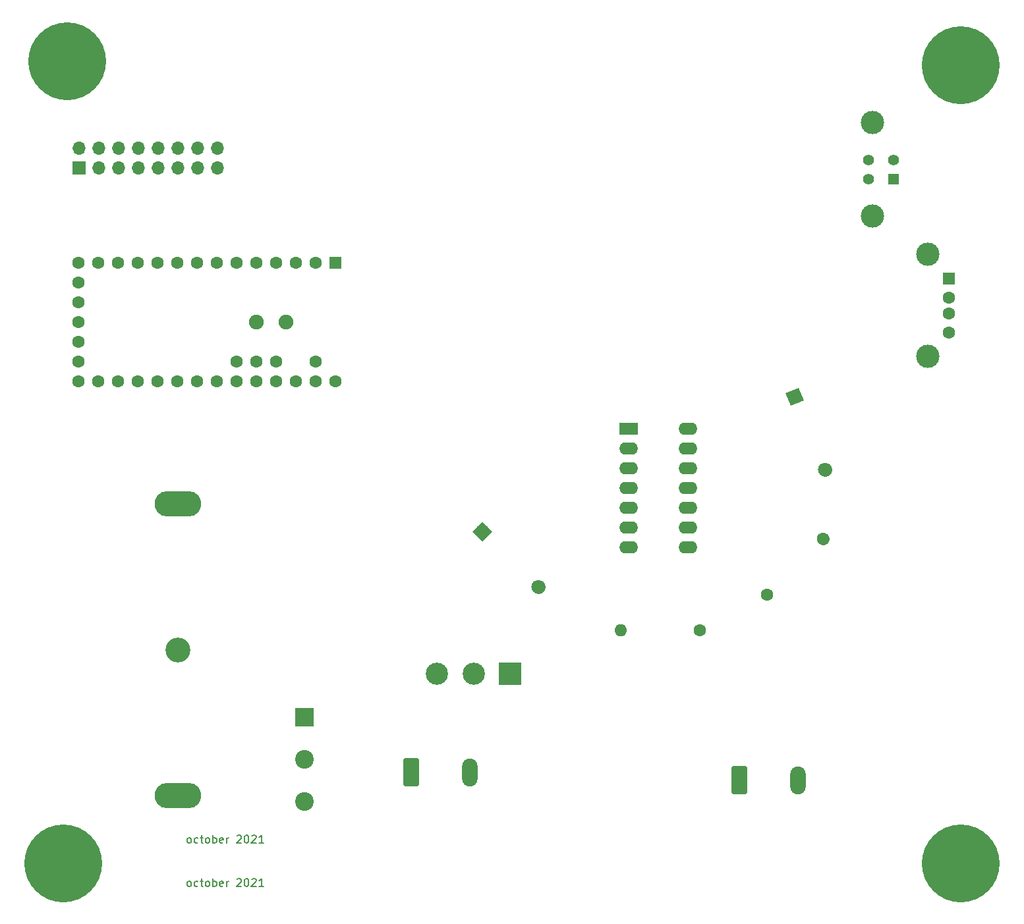
<source format=gbr>
G04 #@! TF.GenerationSoftware,KiCad,Pcbnew,(5.1.4)-1*
G04 #@! TF.CreationDate,2021-10-19T21:09:16-04:00*
G04 #@! TF.ProjectId,RB_switch_pcb_REV2,52425f73-7769-4746-9368-5f7063625f52,rev?*
G04 #@! TF.SameCoordinates,Original*
G04 #@! TF.FileFunction,Soldermask,Top*
G04 #@! TF.FilePolarity,Negative*
%FSLAX46Y46*%
G04 Gerber Fmt 4.6, Leading zero omitted, Abs format (unit mm)*
G04 Created by KiCad (PCBNEW (5.1.4)-1) date 2021-10-19 21:09:16*
%MOMM*%
%LPD*%
G04 APERTURE LIST*
%ADD10C,0.150000*%
%ADD11C,10.000000*%
%ADD12C,1.600000*%
%ADD13R,1.600000X1.600000*%
%ADD14C,3.000000*%
%ADD15O,2.400000X1.600000*%
%ADD16R,2.400000X1.600000*%
%ADD17C,1.900000*%
%ADD18C,2.850000*%
%ADD19R,2.850000X2.850000*%
%ADD20C,1.600000*%
%ADD21O,1.600000X1.600000*%
%ADD22C,2.400000*%
%ADD23R,2.400000X2.400000*%
%ADD24O,2.000000X3.600000*%
%ADD25C,0.100000*%
%ADD26C,2.000000*%
%ADD27O,1.700000X1.700000*%
%ADD28R,1.700000X1.700000*%
%ADD29C,1.400000*%
%ADD30R,1.400000X1.400000*%
%ADD31O,6.000000X3.250000*%
%ADD32C,3.200000*%
%ADD33C,1.800000*%
%ADD34C,1.800000*%
G04 APERTURE END LIST*
D10*
X93837714Y-143200380D02*
X93742476Y-143152761D01*
X93694857Y-143105142D01*
X93647238Y-143009904D01*
X93647238Y-142724190D01*
X93694857Y-142628952D01*
X93742476Y-142581333D01*
X93837714Y-142533714D01*
X93980571Y-142533714D01*
X94075809Y-142581333D01*
X94123428Y-142628952D01*
X94171047Y-142724190D01*
X94171047Y-143009904D01*
X94123428Y-143105142D01*
X94075809Y-143152761D01*
X93980571Y-143200380D01*
X93837714Y-143200380D01*
X95028190Y-143152761D02*
X94932952Y-143200380D01*
X94742476Y-143200380D01*
X94647238Y-143152761D01*
X94599619Y-143105142D01*
X94552000Y-143009904D01*
X94552000Y-142724190D01*
X94599619Y-142628952D01*
X94647238Y-142581333D01*
X94742476Y-142533714D01*
X94932952Y-142533714D01*
X95028190Y-142581333D01*
X95313904Y-142533714D02*
X95694857Y-142533714D01*
X95456761Y-142200380D02*
X95456761Y-143057523D01*
X95504380Y-143152761D01*
X95599619Y-143200380D01*
X95694857Y-143200380D01*
X96171047Y-143200380D02*
X96075809Y-143152761D01*
X96028190Y-143105142D01*
X95980571Y-143009904D01*
X95980571Y-142724190D01*
X96028190Y-142628952D01*
X96075809Y-142581333D01*
X96171047Y-142533714D01*
X96313904Y-142533714D01*
X96409142Y-142581333D01*
X96456761Y-142628952D01*
X96504380Y-142724190D01*
X96504380Y-143009904D01*
X96456761Y-143105142D01*
X96409142Y-143152761D01*
X96313904Y-143200380D01*
X96171047Y-143200380D01*
X96932952Y-143200380D02*
X96932952Y-142200380D01*
X96932952Y-142581333D02*
X97028190Y-142533714D01*
X97218666Y-142533714D01*
X97313904Y-142581333D01*
X97361523Y-142628952D01*
X97409142Y-142724190D01*
X97409142Y-143009904D01*
X97361523Y-143105142D01*
X97313904Y-143152761D01*
X97218666Y-143200380D01*
X97028190Y-143200380D01*
X96932952Y-143152761D01*
X98218666Y-143152761D02*
X98123428Y-143200380D01*
X97932952Y-143200380D01*
X97837714Y-143152761D01*
X97790095Y-143057523D01*
X97790095Y-142676571D01*
X97837714Y-142581333D01*
X97932952Y-142533714D01*
X98123428Y-142533714D01*
X98218666Y-142581333D01*
X98266285Y-142676571D01*
X98266285Y-142771809D01*
X97790095Y-142867047D01*
X98694857Y-143200380D02*
X98694857Y-142533714D01*
X98694857Y-142724190D02*
X98742476Y-142628952D01*
X98790095Y-142581333D01*
X98885333Y-142533714D01*
X98980571Y-142533714D01*
X100028190Y-142295619D02*
X100075809Y-142248000D01*
X100171047Y-142200380D01*
X100409142Y-142200380D01*
X100504380Y-142248000D01*
X100552000Y-142295619D01*
X100599619Y-142390857D01*
X100599619Y-142486095D01*
X100552000Y-142628952D01*
X99980571Y-143200380D01*
X100599619Y-143200380D01*
X101218666Y-142200380D02*
X101313904Y-142200380D01*
X101409142Y-142248000D01*
X101456761Y-142295619D01*
X101504380Y-142390857D01*
X101552000Y-142581333D01*
X101552000Y-142819428D01*
X101504380Y-143009904D01*
X101456761Y-143105142D01*
X101409142Y-143152761D01*
X101313904Y-143200380D01*
X101218666Y-143200380D01*
X101123428Y-143152761D01*
X101075809Y-143105142D01*
X101028190Y-143009904D01*
X100980571Y-142819428D01*
X100980571Y-142581333D01*
X101028190Y-142390857D01*
X101075809Y-142295619D01*
X101123428Y-142248000D01*
X101218666Y-142200380D01*
X101932952Y-142295619D02*
X101980571Y-142248000D01*
X102075809Y-142200380D01*
X102313904Y-142200380D01*
X102409142Y-142248000D01*
X102456761Y-142295619D01*
X102504380Y-142390857D01*
X102504380Y-142486095D01*
X102456761Y-142628952D01*
X101885333Y-143200380D01*
X102504380Y-143200380D01*
X103456761Y-143200380D02*
X102885333Y-143200380D01*
X103171047Y-143200380D02*
X103171047Y-142200380D01*
X103075809Y-142343238D01*
X102980571Y-142438476D01*
X102885333Y-142486095D01*
X93837714Y-148788380D02*
X93742476Y-148740761D01*
X93694857Y-148693142D01*
X93647238Y-148597904D01*
X93647238Y-148312190D01*
X93694857Y-148216952D01*
X93742476Y-148169333D01*
X93837714Y-148121714D01*
X93980571Y-148121714D01*
X94075809Y-148169333D01*
X94123428Y-148216952D01*
X94171047Y-148312190D01*
X94171047Y-148597904D01*
X94123428Y-148693142D01*
X94075809Y-148740761D01*
X93980571Y-148788380D01*
X93837714Y-148788380D01*
X95028190Y-148740761D02*
X94932952Y-148788380D01*
X94742476Y-148788380D01*
X94647238Y-148740761D01*
X94599619Y-148693142D01*
X94552000Y-148597904D01*
X94552000Y-148312190D01*
X94599619Y-148216952D01*
X94647238Y-148169333D01*
X94742476Y-148121714D01*
X94932952Y-148121714D01*
X95028190Y-148169333D01*
X95313904Y-148121714D02*
X95694857Y-148121714D01*
X95456761Y-147788380D02*
X95456761Y-148645523D01*
X95504380Y-148740761D01*
X95599619Y-148788380D01*
X95694857Y-148788380D01*
X96171047Y-148788380D02*
X96075809Y-148740761D01*
X96028190Y-148693142D01*
X95980571Y-148597904D01*
X95980571Y-148312190D01*
X96028190Y-148216952D01*
X96075809Y-148169333D01*
X96171047Y-148121714D01*
X96313904Y-148121714D01*
X96409142Y-148169333D01*
X96456761Y-148216952D01*
X96504380Y-148312190D01*
X96504380Y-148597904D01*
X96456761Y-148693142D01*
X96409142Y-148740761D01*
X96313904Y-148788380D01*
X96171047Y-148788380D01*
X96932952Y-148788380D02*
X96932952Y-147788380D01*
X96932952Y-148169333D02*
X97028190Y-148121714D01*
X97218666Y-148121714D01*
X97313904Y-148169333D01*
X97361523Y-148216952D01*
X97409142Y-148312190D01*
X97409142Y-148597904D01*
X97361523Y-148693142D01*
X97313904Y-148740761D01*
X97218666Y-148788380D01*
X97028190Y-148788380D01*
X96932952Y-148740761D01*
X98218666Y-148740761D02*
X98123428Y-148788380D01*
X97932952Y-148788380D01*
X97837714Y-148740761D01*
X97790095Y-148645523D01*
X97790095Y-148264571D01*
X97837714Y-148169333D01*
X97932952Y-148121714D01*
X98123428Y-148121714D01*
X98218666Y-148169333D01*
X98266285Y-148264571D01*
X98266285Y-148359809D01*
X97790095Y-148455047D01*
X98694857Y-148788380D02*
X98694857Y-148121714D01*
X98694857Y-148312190D02*
X98742476Y-148216952D01*
X98790095Y-148169333D01*
X98885333Y-148121714D01*
X98980571Y-148121714D01*
X100028190Y-147883619D02*
X100075809Y-147836000D01*
X100171047Y-147788380D01*
X100409142Y-147788380D01*
X100504380Y-147836000D01*
X100552000Y-147883619D01*
X100599619Y-147978857D01*
X100599619Y-148074095D01*
X100552000Y-148216952D01*
X99980571Y-148788380D01*
X100599619Y-148788380D01*
X101218666Y-147788380D02*
X101313904Y-147788380D01*
X101409142Y-147836000D01*
X101456761Y-147883619D01*
X101504380Y-147978857D01*
X101552000Y-148169333D01*
X101552000Y-148407428D01*
X101504380Y-148597904D01*
X101456761Y-148693142D01*
X101409142Y-148740761D01*
X101313904Y-148788380D01*
X101218666Y-148788380D01*
X101123428Y-148740761D01*
X101075809Y-148693142D01*
X101028190Y-148597904D01*
X100980571Y-148407428D01*
X100980571Y-148169333D01*
X101028190Y-147978857D01*
X101075809Y-147883619D01*
X101123428Y-147836000D01*
X101218666Y-147788380D01*
X101932952Y-147883619D02*
X101980571Y-147836000D01*
X102075809Y-147788380D01*
X102313904Y-147788380D01*
X102409142Y-147836000D01*
X102456761Y-147883619D01*
X102504380Y-147978857D01*
X102504380Y-148074095D01*
X102456761Y-148216952D01*
X101885333Y-148788380D01*
X102504380Y-148788380D01*
X103456761Y-148788380D02*
X102885333Y-148788380D01*
X103171047Y-148788380D02*
X103171047Y-147788380D01*
X103075809Y-147931238D01*
X102980571Y-148026476D01*
X102885333Y-148074095D01*
D11*
X78232000Y-42672000D03*
X77724000Y-145796000D03*
X193040000Y-145796000D03*
X193040000Y-43180000D03*
D12*
X191516000Y-77612000D03*
X191516000Y-75112000D03*
X191516000Y-73112000D03*
D13*
X191516000Y-70612000D03*
D14*
X188806000Y-67542000D03*
X188806000Y-80682000D03*
D15*
X157988000Y-89916000D03*
X150368000Y-105156000D03*
X157988000Y-92456000D03*
X150368000Y-102616000D03*
X157988000Y-94996000D03*
X150368000Y-100076000D03*
X157988000Y-97536000D03*
X150368000Y-97536000D03*
X157988000Y-100076000D03*
X150368000Y-94996000D03*
X157988000Y-102616000D03*
X150368000Y-92456000D03*
X157988000Y-105156000D03*
D16*
X150368000Y-89916000D03*
D17*
X106356892Y-76255437D03*
X102546892Y-76255437D03*
D13*
X112706892Y-68635437D03*
D12*
X110166892Y-68635437D03*
X107626892Y-68635437D03*
X105086892Y-68635437D03*
X102546892Y-68635437D03*
X100006892Y-68635437D03*
X97466892Y-68635437D03*
X94926892Y-68635437D03*
X92386892Y-68635437D03*
X89846892Y-68635437D03*
X87306892Y-68635437D03*
X84766892Y-68635437D03*
X82226892Y-68635437D03*
X100006892Y-81335437D03*
X102546892Y-81335437D03*
X105086892Y-81335437D03*
X110166892Y-81335437D03*
X112706892Y-83875437D03*
X110166892Y-83875437D03*
X107626892Y-83875437D03*
X105086892Y-83875437D03*
X102546892Y-83875437D03*
X100006892Y-83875437D03*
X97466892Y-83875437D03*
X94926892Y-83875437D03*
X92386892Y-83875437D03*
X89846892Y-83875437D03*
X87306892Y-83875437D03*
X84766892Y-83875437D03*
X82226892Y-83875437D03*
X79686892Y-68635437D03*
X79686892Y-71175437D03*
X79686892Y-73715437D03*
X79686892Y-83875437D03*
X79686892Y-81335437D03*
X79686892Y-78795437D03*
X79686892Y-76255437D03*
D18*
X125728000Y-121412000D03*
X130428000Y-121412000D03*
D19*
X135128000Y-121412000D03*
D12*
X175332205Y-104067795D03*
D20*
X175332205Y-104067795D02*
X175332205Y-104067795D01*
D12*
X168148000Y-111252000D03*
D21*
X149352000Y-115824000D03*
D12*
X159512000Y-115824000D03*
D22*
X108712000Y-137900000D03*
X108712000Y-132450000D03*
D23*
X108712000Y-127000000D03*
D24*
X129928000Y-134112000D03*
D25*
G36*
X123202504Y-132313204D02*
G01*
X123226773Y-132316804D01*
X123250571Y-132322765D01*
X123273671Y-132331030D01*
X123295849Y-132341520D01*
X123316893Y-132354133D01*
X123336598Y-132368747D01*
X123354777Y-132385223D01*
X123371253Y-132403402D01*
X123385867Y-132423107D01*
X123398480Y-132444151D01*
X123408970Y-132466329D01*
X123417235Y-132489429D01*
X123423196Y-132513227D01*
X123426796Y-132537496D01*
X123428000Y-132562000D01*
X123428000Y-135662000D01*
X123426796Y-135686504D01*
X123423196Y-135710773D01*
X123417235Y-135734571D01*
X123408970Y-135757671D01*
X123398480Y-135779849D01*
X123385867Y-135800893D01*
X123371253Y-135820598D01*
X123354777Y-135838777D01*
X123336598Y-135855253D01*
X123316893Y-135869867D01*
X123295849Y-135882480D01*
X123273671Y-135892970D01*
X123250571Y-135901235D01*
X123226773Y-135907196D01*
X123202504Y-135910796D01*
X123178000Y-135912000D01*
X121678000Y-135912000D01*
X121653496Y-135910796D01*
X121629227Y-135907196D01*
X121605429Y-135901235D01*
X121582329Y-135892970D01*
X121560151Y-135882480D01*
X121539107Y-135869867D01*
X121519402Y-135855253D01*
X121501223Y-135838777D01*
X121484747Y-135820598D01*
X121470133Y-135800893D01*
X121457520Y-135779849D01*
X121447030Y-135757671D01*
X121438765Y-135734571D01*
X121432804Y-135710773D01*
X121429204Y-135686504D01*
X121428000Y-135662000D01*
X121428000Y-132562000D01*
X121429204Y-132537496D01*
X121432804Y-132513227D01*
X121438765Y-132489429D01*
X121447030Y-132466329D01*
X121457520Y-132444151D01*
X121470133Y-132423107D01*
X121484747Y-132403402D01*
X121501223Y-132385223D01*
X121519402Y-132368747D01*
X121539107Y-132354133D01*
X121560151Y-132341520D01*
X121582329Y-132331030D01*
X121605429Y-132322765D01*
X121629227Y-132316804D01*
X121653496Y-132313204D01*
X121678000Y-132312000D01*
X123178000Y-132312000D01*
X123202504Y-132313204D01*
X123202504Y-132313204D01*
G37*
D26*
X122428000Y-134112000D03*
D24*
X172092000Y-135128000D03*
D25*
G36*
X165366504Y-133329204D02*
G01*
X165390773Y-133332804D01*
X165414571Y-133338765D01*
X165437671Y-133347030D01*
X165459849Y-133357520D01*
X165480893Y-133370133D01*
X165500598Y-133384747D01*
X165518777Y-133401223D01*
X165535253Y-133419402D01*
X165549867Y-133439107D01*
X165562480Y-133460151D01*
X165572970Y-133482329D01*
X165581235Y-133505429D01*
X165587196Y-133529227D01*
X165590796Y-133553496D01*
X165592000Y-133578000D01*
X165592000Y-136678000D01*
X165590796Y-136702504D01*
X165587196Y-136726773D01*
X165581235Y-136750571D01*
X165572970Y-136773671D01*
X165562480Y-136795849D01*
X165549867Y-136816893D01*
X165535253Y-136836598D01*
X165518777Y-136854777D01*
X165500598Y-136871253D01*
X165480893Y-136885867D01*
X165459849Y-136898480D01*
X165437671Y-136908970D01*
X165414571Y-136917235D01*
X165390773Y-136923196D01*
X165366504Y-136926796D01*
X165342000Y-136928000D01*
X163842000Y-136928000D01*
X163817496Y-136926796D01*
X163793227Y-136923196D01*
X163769429Y-136917235D01*
X163746329Y-136908970D01*
X163724151Y-136898480D01*
X163703107Y-136885867D01*
X163683402Y-136871253D01*
X163665223Y-136854777D01*
X163648747Y-136836598D01*
X163634133Y-136816893D01*
X163621520Y-136795849D01*
X163611030Y-136773671D01*
X163602765Y-136750571D01*
X163596804Y-136726773D01*
X163593204Y-136702504D01*
X163592000Y-136678000D01*
X163592000Y-133578000D01*
X163593204Y-133553496D01*
X163596804Y-133529227D01*
X163602765Y-133505429D01*
X163611030Y-133482329D01*
X163621520Y-133460151D01*
X163634133Y-133439107D01*
X163648747Y-133419402D01*
X163665223Y-133401223D01*
X163683402Y-133384747D01*
X163703107Y-133370133D01*
X163724151Y-133357520D01*
X163746329Y-133347030D01*
X163769429Y-133338765D01*
X163793227Y-133332804D01*
X163817496Y-133329204D01*
X163842000Y-133328000D01*
X165342000Y-133328000D01*
X165366504Y-133329204D01*
X165366504Y-133329204D01*
G37*
D26*
X164592000Y-135128000D03*
D27*
X97536000Y-53848000D03*
X97536000Y-56388000D03*
X94996000Y-53848000D03*
X94996000Y-56388000D03*
X92456000Y-53848000D03*
X92456000Y-56388000D03*
X89916000Y-53848000D03*
X89916000Y-56388000D03*
X87376000Y-53848000D03*
X87376000Y-56388000D03*
X84836000Y-53848000D03*
X84836000Y-56388000D03*
X82296000Y-53848000D03*
X82296000Y-56388000D03*
X79756000Y-53848000D03*
D28*
X79756000Y-56388000D03*
D29*
X184404000Y-55372000D03*
D14*
X181694000Y-50602000D03*
D30*
X184404000Y-57872000D03*
D29*
X181204000Y-55372000D03*
X181204000Y-57872000D03*
D14*
X181694000Y-62642000D03*
D31*
X92456000Y-99614000D03*
X92456000Y-137114000D03*
D32*
X92456000Y-118364000D03*
D33*
X175592064Y-95238616D03*
D34*
X175592064Y-95238616D02*
X175592064Y-95238616D01*
D33*
X171704000Y-85852000D03*
D25*
G36*
X170528093Y-85364924D02*
G01*
X172191076Y-84676093D01*
X172879907Y-86339076D01*
X171216924Y-87027907D01*
X170528093Y-85364924D01*
X170528093Y-85364924D01*
G37*
D33*
X138756205Y-110308205D03*
D34*
X138756205Y-110308205D02*
X138756205Y-110308205D01*
D33*
X131572000Y-103124000D03*
D25*
G36*
X130299208Y-103124000D02*
G01*
X131572000Y-101851208D01*
X132844792Y-103124000D01*
X131572000Y-104396792D01*
X130299208Y-103124000D01*
X130299208Y-103124000D01*
G37*
M02*

</source>
